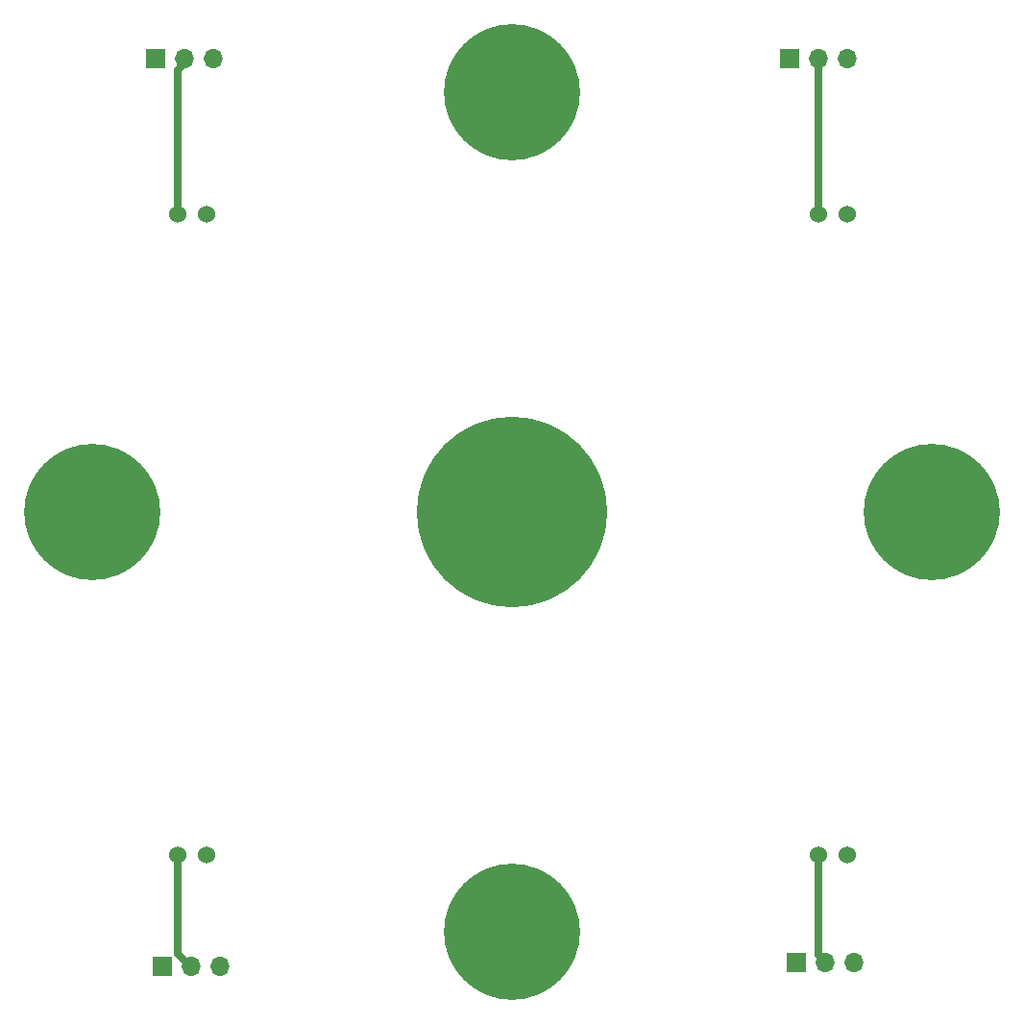
<source format=gbr>
%TF.GenerationSoftware,KiCad,Pcbnew,7.0.5-0*%
%TF.CreationDate,2023-06-12T10:58:37-04:00*%
%TF.ProjectId,quad_sipm,71756164-5f73-4697-906d-2e6b69636164,rev?*%
%TF.SameCoordinates,Original*%
%TF.FileFunction,Copper,L1,Top*%
%TF.FilePolarity,Positive*%
%FSLAX46Y46*%
G04 Gerber Fmt 4.6, Leading zero omitted, Abs format (unit mm)*
G04 Created by KiCad (PCBNEW 7.0.5-0) date 2023-06-12 10:58:37*
%MOMM*%
%LPD*%
G01*
G04 APERTURE LIST*
%TA.AperFunction,ComponentPad*%
%ADD10C,16.800000*%
%TD*%
%TA.AperFunction,ComponentPad*%
%ADD11C,12.000000*%
%TD*%
%TA.AperFunction,ComponentPad*%
%ADD12C,1.524000*%
%TD*%
%TA.AperFunction,ComponentPad*%
%ADD13R,1.700000X1.700000*%
%TD*%
%TA.AperFunction,ComponentPad*%
%ADD14O,1.700000X1.700000*%
%TD*%
%TA.AperFunction,Conductor*%
%ADD15C,0.635000*%
%TD*%
G04 APERTURE END LIST*
D10*
%TO.P,H2,1*%
%TO.N,N/C*%
X100000000Y-100000000D03*
%TD*%
D11*
%TO.P,H3,1*%
%TO.N,N/C*%
X100000000Y-137000000D03*
%TD*%
%TO.P,H4,1*%
%TO.N,N/C*%
X137000000Y-100000000D03*
%TD*%
%TO.P,H5,1*%
%TO.N,N/C*%
X63000000Y-100000000D03*
%TD*%
%TO.P,H1,1*%
%TO.N,N/C*%
X100000000Y-63000000D03*
%TD*%
D12*
%TO.P,D2,1,A*%
%TO.N,Net-(D2-A)*%
X70480000Y-130270000D03*
%TO.P,D2,2,K*%
%TO.N,Net-(D2-K)*%
X73030000Y-130270000D03*
%TD*%
%TO.P,D1,1,A*%
%TO.N,Net-(D1-A)*%
X126995000Y-130270000D03*
%TO.P,D1,2,K*%
%TO.N,Net-(D1-K)*%
X129545000Y-130270000D03*
%TD*%
%TO.P,D4,1,A*%
%TO.N,Net-(D4-A)*%
X70480000Y-73755000D03*
%TO.P,D4,2,K*%
%TO.N,Net-(D4-K)*%
X73030000Y-73755000D03*
%TD*%
%TO.P,D3,1,A*%
%TO.N,Net-(D3-A)*%
X126995000Y-73755000D03*
%TO.P,D3,2,K*%
%TO.N,Net-(D3-K)*%
X129545000Y-73755000D03*
%TD*%
D13*
%TO.P,J1,1,Pin_1*%
%TO.N,Net-(J1-Pin_1)*%
X125050000Y-139745000D03*
D14*
%TO.P,J1,2,Pin_2*%
%TO.N,Net-(D1-A)*%
X127590000Y-139745000D03*
%TO.P,J1,3,Pin_3*%
%TO.N,Net-(D1-K)*%
X130130000Y-139745000D03*
%TD*%
D13*
%TO.P,J3,1,Pin_1*%
%TO.N,Net-(J3-Pin_1)*%
X124460000Y-60045000D03*
D14*
%TO.P,J3,2,Pin_2*%
%TO.N,Net-(D3-A)*%
X127000000Y-60045000D03*
%TO.P,J3,3,Pin_3*%
%TO.N,Net-(D3-K)*%
X129540000Y-60045000D03*
%TD*%
D13*
%TO.P,J4,1,Pin_1*%
%TO.N,Net-(J4-Pin_1)*%
X68580000Y-60045000D03*
D14*
%TO.P,J4,2,Pin_2*%
%TO.N,Net-(D4-A)*%
X71120000Y-60045000D03*
%TO.P,J4,3,Pin_3*%
%TO.N,Net-(D4-K)*%
X73660000Y-60045000D03*
%TD*%
D13*
%TO.P,J2,1,Pin_1*%
%TO.N,Net-(J2-Pin_1)*%
X69170000Y-140045000D03*
D14*
%TO.P,J2,2,Pin_2*%
%TO.N,Net-(D2-A)*%
X71710000Y-140045000D03*
%TO.P,J2,3,Pin_3*%
%TO.N,Net-(D2-K)*%
X74250000Y-140045000D03*
%TD*%
D15*
%TO.N,Net-(D1-A)*%
X126995000Y-139060000D02*
X127635000Y-139700000D01*
X126995000Y-130270000D02*
X126995000Y-139060000D01*
%TO.N,Net-(D2-A)*%
X70480000Y-130270000D02*
X70480000Y-138940000D01*
X70480000Y-138940000D02*
X71540000Y-140000000D01*
%TO.N,Net-(D3-A)*%
X127000000Y-73750000D02*
X126995000Y-73755000D01*
X127000000Y-60045000D02*
X127000000Y-73750000D01*
%TO.N,Net-(D4-A)*%
X70480000Y-73755000D02*
X70480000Y-61060000D01*
X70480000Y-61060000D02*
X71540000Y-60000000D01*
%TD*%
M02*

</source>
